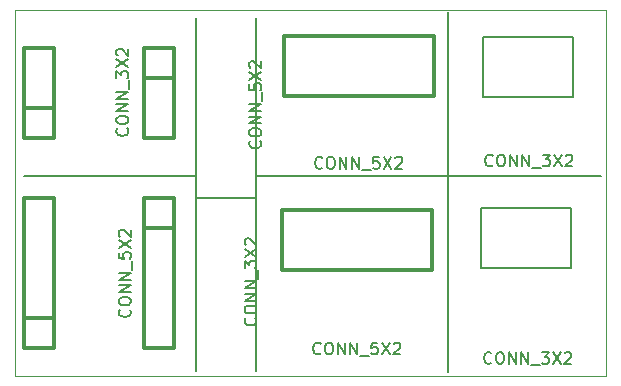
<source format=gto>
G04 (created by PCBNEW (2013-07-07 BZR 4022)-stable) date 2014.06.02. 15:10:32*
%MOIN*%
G04 Gerber Fmt 3.4, Leading zero omitted, Abs format*
%FSLAX34Y34*%
G01*
G70*
G90*
G04 APERTURE LIST*
%ADD10C,0.00590551*%
%ADD11C,0.00393701*%
%ADD12C,0.00787402*%
%ADD13C,0.012*%
%ADD14C,0.008*%
G04 APERTURE END LIST*
G54D10*
G54D11*
X4725Y-4724D02*
G75*
G03X4725Y-4724I0J0D01*
G74*
G01*
X4723Y-4724D02*
X4725Y-4724D01*
X4724Y-4723D02*
X4724Y-4725D01*
X4725Y-4724D02*
G75*
G03X4725Y-4724I0J0D01*
G74*
G01*
X4723Y-4724D02*
X4725Y-4724D01*
X4724Y-4723D02*
X4724Y-4725D01*
X4725Y-4724D02*
G75*
G03X4725Y-4724I0J0D01*
G74*
G01*
X4723Y-4724D02*
X4725Y-4724D01*
X4724Y-4723D02*
X4724Y-4725D01*
G54D12*
X19150Y-4800D02*
X19150Y-16800D01*
X12750Y-10250D02*
X24250Y-10250D01*
X10750Y-11000D02*
X12750Y-11000D01*
X12750Y-5000D02*
X12750Y-16750D01*
X10750Y-10250D02*
X10750Y-5000D01*
X10750Y-10250D02*
X10750Y-16750D01*
X5000Y-10250D02*
X10750Y-10250D01*
G54D11*
X4724Y-16929D02*
X4724Y-4724D01*
X24409Y-16929D02*
X4724Y-16929D01*
X24409Y-4724D02*
X24409Y-16929D01*
X4724Y-4724D02*
X24409Y-4724D01*
G54D13*
X13661Y-5586D02*
X18661Y-5586D01*
X18661Y-5586D02*
X18661Y-7586D01*
X18661Y-7586D02*
X13661Y-7586D01*
X13661Y-7586D02*
X13661Y-5586D01*
X13606Y-11400D02*
X18606Y-11400D01*
X18606Y-11400D02*
X18606Y-13400D01*
X18606Y-13400D02*
X13606Y-13400D01*
X13606Y-13400D02*
X13606Y-11400D01*
G54D14*
X23325Y-7618D02*
X20325Y-7618D01*
X20325Y-5618D02*
X23325Y-5618D01*
X23325Y-5618D02*
X23325Y-7618D01*
X20325Y-7618D02*
X20325Y-5618D01*
X23253Y-13328D02*
X20253Y-13328D01*
X20253Y-11328D02*
X23253Y-11328D01*
X23253Y-11328D02*
X23253Y-13328D01*
X20253Y-13328D02*
X20253Y-11328D01*
G54D13*
X6000Y-16000D02*
X5000Y-16000D01*
X5000Y-16000D02*
X5000Y-11000D01*
X5000Y-11000D02*
X6000Y-11000D01*
X6000Y-11000D02*
X6000Y-16000D01*
X6000Y-15000D02*
X5000Y-15000D01*
X9000Y-11000D02*
X10000Y-11000D01*
X10000Y-11000D02*
X10000Y-16000D01*
X10000Y-16000D02*
X9000Y-16000D01*
X9000Y-16000D02*
X9000Y-11000D01*
X9000Y-12000D02*
X10000Y-12000D01*
X6000Y-9000D02*
X5000Y-9000D01*
X5000Y-9000D02*
X5000Y-6000D01*
X5000Y-6000D02*
X6000Y-6000D01*
X6000Y-6000D02*
X6000Y-9000D01*
X5000Y-8000D02*
X6000Y-8000D01*
X9000Y-6000D02*
X10000Y-6000D01*
X10000Y-6000D02*
X10000Y-9000D01*
X10000Y-9000D02*
X9000Y-9000D01*
X9000Y-9000D02*
X9000Y-6000D01*
X10000Y-7000D02*
X9000Y-7000D01*
G54D10*
X14897Y-16166D02*
X14878Y-16185D01*
X14822Y-16204D01*
X14784Y-16204D01*
X14728Y-16185D01*
X14690Y-16147D01*
X14672Y-16110D01*
X14653Y-16035D01*
X14653Y-15979D01*
X14672Y-15904D01*
X14690Y-15866D01*
X14728Y-15829D01*
X14784Y-15810D01*
X14822Y-15810D01*
X14878Y-15829D01*
X14897Y-15848D01*
X15140Y-15810D02*
X15215Y-15810D01*
X15253Y-15829D01*
X15290Y-15866D01*
X15309Y-15941D01*
X15309Y-16073D01*
X15290Y-16147D01*
X15253Y-16185D01*
X15215Y-16204D01*
X15140Y-16204D01*
X15103Y-16185D01*
X15065Y-16147D01*
X15047Y-16073D01*
X15047Y-15941D01*
X15065Y-15866D01*
X15103Y-15829D01*
X15140Y-15810D01*
X15478Y-16204D02*
X15478Y-15810D01*
X15703Y-16204D01*
X15703Y-15810D01*
X15890Y-16204D02*
X15890Y-15810D01*
X16115Y-16204D01*
X16115Y-15810D01*
X16209Y-16241D02*
X16509Y-16241D01*
X16790Y-15810D02*
X16603Y-15810D01*
X16584Y-15998D01*
X16603Y-15979D01*
X16640Y-15960D01*
X16734Y-15960D01*
X16771Y-15979D01*
X16790Y-15998D01*
X16809Y-16035D01*
X16809Y-16129D01*
X16790Y-16166D01*
X16771Y-16185D01*
X16734Y-16204D01*
X16640Y-16204D01*
X16603Y-16185D01*
X16584Y-16166D01*
X16940Y-15810D02*
X17203Y-16204D01*
X17203Y-15810D02*
X16940Y-16204D01*
X17334Y-15848D02*
X17353Y-15829D01*
X17390Y-15810D01*
X17484Y-15810D01*
X17521Y-15829D01*
X17540Y-15848D01*
X17559Y-15885D01*
X17559Y-15923D01*
X17540Y-15979D01*
X17315Y-16204D01*
X17559Y-16204D01*
X12877Y-9083D02*
X12896Y-9101D01*
X12915Y-9158D01*
X12915Y-9195D01*
X12896Y-9251D01*
X12859Y-9289D01*
X12821Y-9308D01*
X12746Y-9326D01*
X12690Y-9326D01*
X12615Y-9308D01*
X12577Y-9289D01*
X12540Y-9251D01*
X12521Y-9195D01*
X12521Y-9158D01*
X12540Y-9101D01*
X12559Y-9083D01*
X12521Y-8839D02*
X12521Y-8764D01*
X12540Y-8727D01*
X12577Y-8689D01*
X12652Y-8670D01*
X12784Y-8670D01*
X12859Y-8689D01*
X12896Y-8727D01*
X12915Y-8764D01*
X12915Y-8839D01*
X12896Y-8877D01*
X12859Y-8914D01*
X12784Y-8933D01*
X12652Y-8933D01*
X12577Y-8914D01*
X12540Y-8877D01*
X12521Y-8839D01*
X12915Y-8502D02*
X12521Y-8502D01*
X12915Y-8277D01*
X12521Y-8277D01*
X12915Y-8089D02*
X12521Y-8089D01*
X12915Y-7864D01*
X12521Y-7864D01*
X12952Y-7770D02*
X12952Y-7470D01*
X12521Y-7189D02*
X12521Y-7377D01*
X12709Y-7395D01*
X12690Y-7377D01*
X12671Y-7339D01*
X12671Y-7245D01*
X12690Y-7208D01*
X12709Y-7189D01*
X12746Y-7170D01*
X12840Y-7170D01*
X12877Y-7189D01*
X12896Y-7208D01*
X12915Y-7245D01*
X12915Y-7339D01*
X12896Y-7377D01*
X12877Y-7395D01*
X12521Y-7039D02*
X12915Y-6777D01*
X12521Y-6777D02*
X12915Y-7039D01*
X12559Y-6646D02*
X12540Y-6627D01*
X12521Y-6589D01*
X12521Y-6496D01*
X12540Y-6458D01*
X12559Y-6439D01*
X12596Y-6421D01*
X12634Y-6421D01*
X12690Y-6439D01*
X12915Y-6664D01*
X12915Y-6421D01*
X14952Y-9976D02*
X14933Y-9994D01*
X14877Y-10013D01*
X14839Y-10013D01*
X14783Y-9994D01*
X14745Y-9957D01*
X14727Y-9919D01*
X14708Y-9844D01*
X14708Y-9788D01*
X14727Y-9713D01*
X14745Y-9676D01*
X14783Y-9638D01*
X14839Y-9619D01*
X14877Y-9619D01*
X14933Y-9638D01*
X14952Y-9657D01*
X15195Y-9619D02*
X15270Y-9619D01*
X15308Y-9638D01*
X15345Y-9676D01*
X15364Y-9751D01*
X15364Y-9882D01*
X15345Y-9957D01*
X15308Y-9994D01*
X15270Y-10013D01*
X15195Y-10013D01*
X15158Y-9994D01*
X15120Y-9957D01*
X15102Y-9882D01*
X15102Y-9751D01*
X15120Y-9676D01*
X15158Y-9638D01*
X15195Y-9619D01*
X15533Y-10013D02*
X15533Y-9619D01*
X15758Y-10013D01*
X15758Y-9619D01*
X15945Y-10013D02*
X15945Y-9619D01*
X16170Y-10013D01*
X16170Y-9619D01*
X16264Y-10051D02*
X16564Y-10051D01*
X16845Y-9619D02*
X16658Y-9619D01*
X16639Y-9807D01*
X16658Y-9788D01*
X16695Y-9769D01*
X16789Y-9769D01*
X16826Y-9788D01*
X16845Y-9807D01*
X16864Y-9844D01*
X16864Y-9938D01*
X16845Y-9976D01*
X16826Y-9994D01*
X16789Y-10013D01*
X16695Y-10013D01*
X16658Y-9994D01*
X16639Y-9976D01*
X16995Y-9619D02*
X17258Y-10013D01*
X17258Y-9619D02*
X16995Y-10013D01*
X17389Y-9657D02*
X17408Y-9638D01*
X17445Y-9619D01*
X17539Y-9619D01*
X17576Y-9638D01*
X17595Y-9657D01*
X17614Y-9694D01*
X17614Y-9732D01*
X17595Y-9788D01*
X17370Y-10013D01*
X17614Y-10013D01*
X20593Y-16481D02*
X20575Y-16500D01*
X20518Y-16519D01*
X20481Y-16519D01*
X20425Y-16500D01*
X20387Y-16462D01*
X20368Y-16425D01*
X20350Y-16350D01*
X20350Y-16294D01*
X20368Y-16219D01*
X20387Y-16181D01*
X20425Y-16144D01*
X20481Y-16125D01*
X20518Y-16125D01*
X20575Y-16144D01*
X20593Y-16162D01*
X20837Y-16125D02*
X20912Y-16125D01*
X20950Y-16144D01*
X20987Y-16181D01*
X21006Y-16256D01*
X21006Y-16387D01*
X20987Y-16462D01*
X20950Y-16500D01*
X20912Y-16519D01*
X20837Y-16519D01*
X20800Y-16500D01*
X20762Y-16462D01*
X20743Y-16387D01*
X20743Y-16256D01*
X20762Y-16181D01*
X20800Y-16144D01*
X20837Y-16125D01*
X21175Y-16519D02*
X21175Y-16125D01*
X21400Y-16519D01*
X21400Y-16125D01*
X21587Y-16519D02*
X21587Y-16125D01*
X21812Y-16519D01*
X21812Y-16125D01*
X21906Y-16556D02*
X22206Y-16556D01*
X22262Y-16125D02*
X22506Y-16125D01*
X22374Y-16275D01*
X22431Y-16275D01*
X22468Y-16294D01*
X22487Y-16312D01*
X22506Y-16350D01*
X22506Y-16444D01*
X22487Y-16481D01*
X22468Y-16500D01*
X22431Y-16519D01*
X22318Y-16519D01*
X22281Y-16500D01*
X22262Y-16481D01*
X22637Y-16125D02*
X22899Y-16519D01*
X22899Y-16125D02*
X22637Y-16519D01*
X23031Y-16162D02*
X23049Y-16144D01*
X23087Y-16125D01*
X23181Y-16125D01*
X23218Y-16144D01*
X23237Y-16162D01*
X23256Y-16200D01*
X23256Y-16237D01*
X23237Y-16294D01*
X23012Y-16519D01*
X23256Y-16519D01*
X12720Y-14988D02*
X12739Y-15007D01*
X12757Y-15063D01*
X12757Y-15101D01*
X12739Y-15157D01*
X12701Y-15194D01*
X12664Y-15213D01*
X12589Y-15232D01*
X12532Y-15232D01*
X12457Y-15213D01*
X12420Y-15194D01*
X12382Y-15157D01*
X12364Y-15101D01*
X12364Y-15063D01*
X12382Y-15007D01*
X12401Y-14988D01*
X12364Y-14745D02*
X12364Y-14670D01*
X12382Y-14632D01*
X12420Y-14595D01*
X12495Y-14576D01*
X12626Y-14576D01*
X12701Y-14595D01*
X12739Y-14632D01*
X12757Y-14670D01*
X12757Y-14745D01*
X12739Y-14782D01*
X12701Y-14820D01*
X12626Y-14838D01*
X12495Y-14838D01*
X12420Y-14820D01*
X12382Y-14782D01*
X12364Y-14745D01*
X12757Y-14407D02*
X12364Y-14407D01*
X12757Y-14182D01*
X12364Y-14182D01*
X12757Y-13995D02*
X12364Y-13995D01*
X12757Y-13770D01*
X12364Y-13770D01*
X12795Y-13676D02*
X12795Y-13376D01*
X12364Y-13320D02*
X12364Y-13076D01*
X12514Y-13207D01*
X12514Y-13151D01*
X12532Y-13113D01*
X12551Y-13095D01*
X12589Y-13076D01*
X12682Y-13076D01*
X12720Y-13095D01*
X12739Y-13113D01*
X12757Y-13151D01*
X12757Y-13263D01*
X12739Y-13301D01*
X12720Y-13320D01*
X12364Y-12945D02*
X12757Y-12682D01*
X12364Y-12682D02*
X12757Y-12945D01*
X12401Y-12551D02*
X12382Y-12532D01*
X12364Y-12495D01*
X12364Y-12401D01*
X12382Y-12364D01*
X12401Y-12345D01*
X12439Y-12326D01*
X12476Y-12326D01*
X12532Y-12345D01*
X12757Y-12570D01*
X12757Y-12326D01*
X20630Y-9898D02*
X20611Y-9917D01*
X20555Y-9936D01*
X20517Y-9936D01*
X20461Y-9917D01*
X20423Y-9879D01*
X20405Y-9842D01*
X20386Y-9767D01*
X20386Y-9711D01*
X20405Y-9636D01*
X20423Y-9598D01*
X20461Y-9561D01*
X20517Y-9542D01*
X20555Y-9542D01*
X20611Y-9561D01*
X20630Y-9579D01*
X20873Y-9542D02*
X20948Y-9542D01*
X20986Y-9561D01*
X21023Y-9598D01*
X21042Y-9673D01*
X21042Y-9804D01*
X21023Y-9879D01*
X20986Y-9917D01*
X20948Y-9936D01*
X20873Y-9936D01*
X20836Y-9917D01*
X20798Y-9879D01*
X20780Y-9804D01*
X20780Y-9673D01*
X20798Y-9598D01*
X20836Y-9561D01*
X20873Y-9542D01*
X21211Y-9936D02*
X21211Y-9542D01*
X21436Y-9936D01*
X21436Y-9542D01*
X21623Y-9936D02*
X21623Y-9542D01*
X21848Y-9936D01*
X21848Y-9542D01*
X21942Y-9973D02*
X22242Y-9973D01*
X22298Y-9542D02*
X22542Y-9542D01*
X22411Y-9692D01*
X22467Y-9692D01*
X22504Y-9711D01*
X22523Y-9729D01*
X22542Y-9767D01*
X22542Y-9861D01*
X22523Y-9898D01*
X22504Y-9917D01*
X22467Y-9936D01*
X22354Y-9936D01*
X22317Y-9917D01*
X22298Y-9898D01*
X22673Y-9542D02*
X22936Y-9936D01*
X22936Y-9542D02*
X22673Y-9936D01*
X23067Y-9579D02*
X23086Y-9561D01*
X23123Y-9542D01*
X23217Y-9542D01*
X23254Y-9561D01*
X23273Y-9579D01*
X23292Y-9617D01*
X23292Y-9654D01*
X23273Y-9711D01*
X23048Y-9936D01*
X23292Y-9936D01*
X8527Y-14709D02*
X8546Y-14727D01*
X8564Y-14784D01*
X8564Y-14821D01*
X8546Y-14877D01*
X8508Y-14915D01*
X8471Y-14934D01*
X8396Y-14952D01*
X8339Y-14952D01*
X8264Y-14934D01*
X8227Y-14915D01*
X8189Y-14877D01*
X8171Y-14821D01*
X8171Y-14784D01*
X8189Y-14727D01*
X8208Y-14709D01*
X8171Y-14465D02*
X8171Y-14390D01*
X8189Y-14353D01*
X8227Y-14315D01*
X8302Y-14296D01*
X8433Y-14296D01*
X8508Y-14315D01*
X8546Y-14353D01*
X8564Y-14390D01*
X8564Y-14465D01*
X8546Y-14502D01*
X8508Y-14540D01*
X8433Y-14559D01*
X8302Y-14559D01*
X8227Y-14540D01*
X8189Y-14502D01*
X8171Y-14465D01*
X8564Y-14128D02*
X8171Y-14128D01*
X8564Y-13903D01*
X8171Y-13903D01*
X8564Y-13715D02*
X8171Y-13715D01*
X8564Y-13490D01*
X8171Y-13490D01*
X8602Y-13396D02*
X8602Y-13096D01*
X8171Y-12815D02*
X8171Y-13003D01*
X8358Y-13021D01*
X8339Y-13003D01*
X8321Y-12965D01*
X8321Y-12871D01*
X8339Y-12834D01*
X8358Y-12815D01*
X8396Y-12796D01*
X8489Y-12796D01*
X8527Y-12815D01*
X8546Y-12834D01*
X8564Y-12871D01*
X8564Y-12965D01*
X8546Y-13003D01*
X8527Y-13021D01*
X8171Y-12665D02*
X8564Y-12403D01*
X8171Y-12403D02*
X8564Y-12665D01*
X8208Y-12272D02*
X8189Y-12253D01*
X8171Y-12215D01*
X8171Y-12122D01*
X8189Y-12084D01*
X8208Y-12065D01*
X8246Y-12047D01*
X8283Y-12047D01*
X8339Y-12065D01*
X8564Y-12290D01*
X8564Y-12047D01*
X8448Y-8669D02*
X8467Y-8688D01*
X8486Y-8744D01*
X8486Y-8782D01*
X8467Y-8838D01*
X8429Y-8876D01*
X8392Y-8894D01*
X8317Y-8913D01*
X8261Y-8913D01*
X8186Y-8894D01*
X8148Y-8876D01*
X8111Y-8838D01*
X8092Y-8782D01*
X8092Y-8744D01*
X8111Y-8688D01*
X8129Y-8669D01*
X8092Y-8426D02*
X8092Y-8351D01*
X8111Y-8313D01*
X8148Y-8276D01*
X8223Y-8257D01*
X8354Y-8257D01*
X8429Y-8276D01*
X8467Y-8313D01*
X8486Y-8351D01*
X8486Y-8426D01*
X8467Y-8463D01*
X8429Y-8501D01*
X8354Y-8519D01*
X8223Y-8519D01*
X8148Y-8501D01*
X8111Y-8463D01*
X8092Y-8426D01*
X8486Y-8088D02*
X8092Y-8088D01*
X8486Y-7863D01*
X8092Y-7863D01*
X8486Y-7676D02*
X8092Y-7676D01*
X8486Y-7451D01*
X8092Y-7451D01*
X8523Y-7357D02*
X8523Y-7057D01*
X8092Y-7001D02*
X8092Y-6757D01*
X8242Y-6888D01*
X8242Y-6832D01*
X8261Y-6795D01*
X8279Y-6776D01*
X8317Y-6757D01*
X8411Y-6757D01*
X8448Y-6776D01*
X8467Y-6795D01*
X8486Y-6832D01*
X8486Y-6945D01*
X8467Y-6982D01*
X8448Y-7001D01*
X8092Y-6626D02*
X8486Y-6363D01*
X8092Y-6363D02*
X8486Y-6626D01*
X8129Y-6232D02*
X8111Y-6213D01*
X8092Y-6176D01*
X8092Y-6082D01*
X8111Y-6045D01*
X8129Y-6026D01*
X8167Y-6007D01*
X8204Y-6007D01*
X8261Y-6026D01*
X8486Y-6251D01*
X8486Y-6007D01*
M02*

</source>
